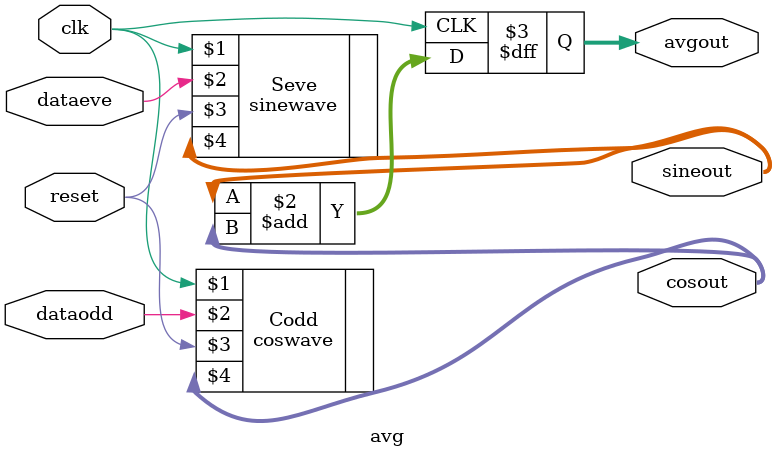
<source format=v>
module avg(
    input clk,dataeve,dataodd,reset,
    output [7:0]sineout,
    output [7:0]cosout,
    output reg [7:0]avgout
    );
    sinewave Seve(clk,dataeve,reset,sineout);
    coswave Codd(clk,dataodd,reset,cosout);
    always @(posedge clk)
    begin
        avgout=(sineout+cosout);
    end
endmodule

</source>
